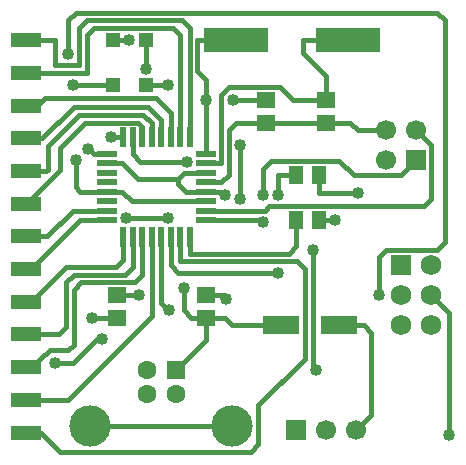
<source format=gbr>
G04 DipTrace 3.0.0.0*
G04 Top.gbr*
%MOMM*%
G04 #@! TF.FileFunction,Copper,L1,Top*
G04 #@! TF.Part,Single*
%AMOUTLINE0*
4,1,4,
0.85,0.25,
0.85,-0.25,
-0.85,-0.25,
-0.85,0.25,
0.85,0.25,
0*%
%AMOUTLINE3*
4,1,4,
0.25,-0.85,
-0.25,-0.85,
-0.25,0.85,
0.25,0.85,
0.25,-0.85,
0*%
%AMOUTLINE6*
4,1,4,
-0.75,0.65,
0.75,0.65,
0.75,-0.65,
-0.75,-0.65,
-0.75,0.65,
0*%
%AMOUTLINE9*5,1,4,0,0,1.69706,-45.0*%
%AMOUTLINE12*5,1,4,0,0,2.47487,-225.0*%
%AMOUTLINE15*5,1,4,0,0,2.40416,-135.0*%
%AMOUTLINE18*
4,1,4,
0.75,-0.65,
-0.75,-0.65,
-0.75,0.65,
0.75,0.65,
0.75,-0.65,
0*%
G04 #@! TA.AperFunction,Conductor*
%ADD13C,0.381*%
%ADD17R,3.15X1.6*%
G04 #@! TA.AperFunction,ComponentPad*
%ADD19R,1.6X1.6*%
%ADD20C,1.6*%
%ADD21C,3.5*%
%ADD22R,2.54X1.27*%
G04 #@! TA.AperFunction,ComponentPad*
%ADD23C,1.75*%
%ADD24C,1.7*%
%ADD25R,1.7X1.7*%
%ADD26R,1.3X1.5*%
%ADD28R,5.5X2.0*%
G04 #@! TA.AperFunction,ViaPad*
%ADD29C,1.016*%
%ADD62OUTLINE0*%
%ADD65OUTLINE3*%
%ADD68OUTLINE6*%
%ADD71OUTLINE9*%
G04 #@! TA.AperFunction,ComponentPad*
%ADD74OUTLINE12*%
%ADD77OUTLINE15*%
%ADD80OUTLINE18*%
%FSLAX35Y35*%
G04*
G71*
G90*
G75*
G01*
G04 Top*
%LPD*%
X1649800Y4302000D2*
D13*
X1990000D1*
X4302000Y3921000D2*
X4061960D1*
X3997960Y3985000D1*
X3794000D1*
X4048000Y1381000D2*
X4177450Y1510450D1*
Y2206500D1*
X4113950Y2270000D1*
X3903000D1*
X2778000Y3319000D2*
X2147450D1*
X2067450Y3399000D1*
X1938000D1*
X1815160Y2334300D2*
X2021800D1*
X3286000Y3985000D2*
X3034450D1*
X2970950Y3921500D1*
Y3542497D1*
X2907453Y3479000D1*
X2778000D1*
X3794000Y3985000D2*
X3286000D1*
X1938000Y3399000D2*
X1713310D1*
X1672333Y3439977D1*
Y3670110D1*
X2126200Y4683000D2*
X1990000D1*
X1254000Y4683020D2*
X1502450D1*
Y4469640D1*
X1704130D1*
Y4787450D1*
X1767630Y4850950D1*
X2574500D1*
X2638000Y4787450D1*
Y3859000D1*
X1254000Y4406160D2*
X1767630D1*
Y4723950D1*
X1831130Y4787450D1*
X2494500D1*
X2558000Y4723950D1*
Y3859000D1*
X1254000Y4129300D2*
Y4136013D1*
X1357670D1*
X1411720Y4190063D1*
X2353717D1*
X2478000Y4065780D1*
Y3859000D1*
X1254000Y3852440D2*
X1389790D1*
X1657597Y4120247D1*
X2287820D1*
X2398000Y4010067D1*
Y3859000D1*
X2318000D2*
Y3981963D1*
X2247280Y4052683D1*
X1702143D1*
X1436497Y3787037D1*
Y3586607D1*
X1425470Y3575580D1*
X1254000D1*
X2238000Y3859000D2*
Y3949350D1*
X2204487Y3982863D1*
X1751800D1*
X1537843Y3768907D1*
Y3582563D1*
X1254000Y3298720D1*
Y3021860D2*
X1430560D1*
X1647700Y3239000D1*
X1938000D1*
Y3159000D2*
X1712030D1*
X1298030Y2745000D1*
X1254000D1*
X2078000Y3019000D2*
Y2824250D1*
X2014500Y2760750D1*
X1591080D1*
X1298470Y2468140D1*
X1254000D1*
X2158000Y3019000D2*
Y2760750D1*
X2094500Y2697250D1*
X1656410D1*
X1592910Y2633750D1*
Y2254760D1*
X1529430Y2191280D1*
X1254000D1*
X2558000Y3019000D2*
Y2809750D1*
X3551450D1*
X3614950Y2746250D1*
Y1984250D1*
X3220450Y1589750D1*
Y1262050D1*
X3156950Y1198550D1*
X1539310D1*
X1377160Y1360700D1*
X1254000D1*
X4556000Y3921000D2*
X4685450Y3791550D1*
Y3341950D1*
X4621950Y3278450D1*
X3313300D1*
X3273850Y3239000D1*
X2778000D1*
X1254000Y1914420D2*
X1298450D1*
X1459593Y2057700D1*
X1609210D1*
X1656410Y2104900D1*
Y2570250D1*
X1719910Y2633750D1*
X2174500D1*
X2238000Y2697250D1*
Y3019000D1*
X2616800Y3654250D2*
X2221500D1*
X2158000Y3717750D1*
Y3859000D1*
X4683000Y2524000D2*
X4834947Y2372053D1*
Y1343607D1*
X1976800Y3859000D2*
X2078000D1*
X2454310Y3180200D2*
X2099200D1*
X4240950Y2524000D2*
Y2846450D1*
X4304450Y2909950D1*
X4736950D1*
X4800450Y2973450D1*
Y4850950D1*
X4736950Y4914450D1*
X1672380D1*
X1608880Y4850950D1*
Y4564890D1*
X1776800Y3763050D2*
X1783550D1*
X1827600Y3719000D1*
X1938000D1*
X3388810Y2714500D2*
X2541500D1*
X2478000Y2778000D1*
Y3019000D1*
X3388810Y3373700D2*
Y3540000D1*
X3540000D1*
X2318000Y3019000D2*
Y2344690D1*
X1610870Y1637560D1*
X1254000D1*
X3261810Y3373700D2*
Y3595950D1*
X3325310Y3659450D1*
X3905510D1*
X4027410Y3537550D1*
X4426550D1*
X4556000Y3667000D1*
X3261810Y3143750D2*
X3246560Y3159000D1*
X2778000D1*
X1797000Y1418000D2*
X3001000D1*
X2454310Y4302000D2*
X2270000D1*
X3066200Y3334250D2*
Y3791550D1*
X4061700Y3388810D2*
X3730000D1*
Y3540000D1*
X2206490Y2524300D2*
X2021800D1*
X2948250Y2492750D2*
X2917000Y2524000D1*
X2778000D1*
X2270000Y4438200D2*
Y4683000D1*
X3871200Y3159000D2*
X3730000D1*
X2638000Y3019000D2*
Y2873250D1*
X3476500D1*
X3540000Y2936750D1*
Y3159000D1*
X2524000Y1889000D2*
X2778000Y2143000D1*
Y2334000D1*
X2650990D1*
X2587490Y2397500D1*
Y2588000D1*
X2778000Y3399000D2*
X2604110D1*
X2540610Y3462500D1*
Y3506960D1*
X2199490D1*
X2067450Y3639000D1*
X1938000D1*
X2778000Y2334000D2*
X2936140D1*
X3000140Y2270000D1*
X3413000D1*
X2540610Y3506960D2*
X2592650Y3559000D1*
X2778000D1*
X2939200Y3373700D2*
X2913900Y3399000D1*
X2778000D1*
X3710200Y1889000D2*
X3684630Y1914570D1*
Y2909950D1*
X2778000Y3719000D2*
Y4175000D1*
X3002700D2*
X3286000D1*
X2778000D2*
Y4347950D1*
X2701500Y4424450D1*
Y4683000D1*
X3032000D1*
X3982000D2*
X3599050D1*
Y4572520D1*
X3794000Y4377570D1*
Y4175000D1*
X3514900D1*
X3405450Y4284450D1*
X2970950D1*
X2907450Y4220950D1*
Y3639000D1*
X2778000D1*
X1499980Y1946150D2*
X1652867D1*
X1857610Y2150893D1*
X1897027D1*
X2460490Y2397500D2*
X2398000Y2459990D1*
Y3019000D1*
D29*
X2126200Y4683000D3*
X1815160Y2334300D3*
X1672333Y3670110D3*
X1649800Y4302000D3*
X2616800Y3654250D3*
X4834947Y1343607D3*
X1976800Y3859000D3*
X2099200Y3180200D3*
X2454310D3*
X1776800Y3763050D3*
X1608880Y4564890D3*
X4240950Y2524000D3*
X3388810Y2714500D3*
Y3373700D3*
X2454310Y4302000D3*
X2948250Y2492750D3*
X3066200Y3791550D3*
Y3334250D3*
X4061700Y3388810D3*
X2206490Y2524300D3*
X2270000Y4438200D3*
X3871200Y3159000D3*
X2587490Y2588000D3*
X2939200Y3373700D3*
X3684630Y2909950D3*
X3710200Y1889000D3*
X3002700Y4175000D3*
X2778000D3*
X1897027Y2150893D3*
X1499980Y1946150D3*
X2460490Y2397500D3*
X3261810Y3143750D3*
Y3373700D3*
D62*
X2778000Y3159000D3*
Y3239000D3*
Y3319000D3*
Y3399000D3*
Y3479000D3*
Y3559000D3*
Y3639000D3*
Y3719000D3*
D65*
X2638000Y3859000D3*
X2558000D3*
X2478000D3*
X2398000D3*
X2318000D3*
X2238000D3*
X2158000D3*
X2078000D3*
D62*
X1938000Y3719000D3*
Y3639000D3*
Y3559000D3*
Y3479000D3*
Y3399000D3*
Y3319000D3*
Y3239000D3*
Y3159000D3*
D65*
X2078000Y3019000D3*
X2158000D3*
X2238000D3*
X2318000D3*
X2398000D3*
X2478000D3*
X2558000D3*
X2638000D3*
D17*
X3413000Y2270000D3*
X3903000D3*
D68*
X3286000Y4175000D3*
Y3985000D3*
X3794000Y4175000D3*
Y3985000D3*
D71*
X2270000Y4683000D3*
X1990000D3*
X2270000Y4302000D3*
X1990000D3*
D19*
X2524000Y1889000D3*
D20*
X2274000D3*
Y1689000D3*
X2524000D3*
D21*
X1797000Y1418000D3*
X3001000D3*
D22*
X1254000Y4683020D3*
Y4406160D3*
Y4129300D3*
Y3852440D3*
Y3575580D3*
Y3298720D3*
Y3021860D3*
Y2745000D3*
Y2468140D3*
Y2191280D3*
Y1914420D3*
Y1637560D3*
Y1360700D3*
D74*
X4429000Y2778000D3*
D23*
Y2524000D3*
Y2270000D3*
X4683000D3*
Y2524000D3*
Y2778000D3*
D77*
X4556000Y3667000D3*
D24*
X4302000D3*
X4556000Y3921000D3*
X4302000D3*
D25*
X3540000Y1381000D3*
D24*
X3794000D3*
X4048000D3*
D26*
X3540000Y3540000D3*
X3730000D3*
X3540000Y3159000D3*
X3730000D3*
D68*
X2778000Y2524000D3*
Y2334000D3*
D80*
X2021800Y2334300D3*
Y2524300D3*
D28*
X3032000Y4683000D3*
X3982000D3*
M02*

</source>
